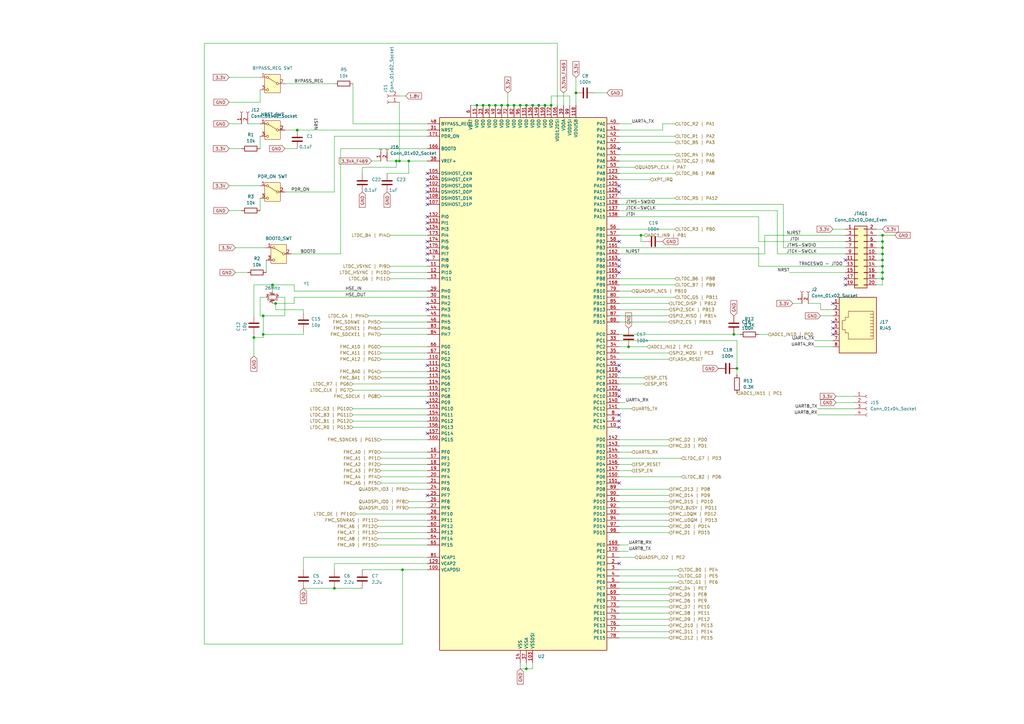
<source format=kicad_sch>
(kicad_sch (version 20231120) (generator "eeschema") (generator_version "8.0")
  (paper "A3")
  (lib_symbols
    (symbol "Connector:Conn_01x02_Socket" (pin_names (offset 1.016) hide)
      (property "Reference" "J" (at 0 2.54 0))
      (property "Value" "Conn_01x02_Socket" (at 0 -5.08 0))
      (symbol "Conn_01x02_Socket_1_1"
        (pin passive line (at -5.08 0 0) (length 3.81) (name "Pin_1") (number "1"))
        (pin passive line (at -5.08 -2.54 0) (length 3.81) (name "Pin_2") (number "2"))
      )
    )
    (symbol "Connector:Conn_01x04_Socket" (pin_names (offset 1.016) hide)
      (property "Reference" "J" (at 0 5.08 0))
      (property "Value" "Conn_01x04_Socket" (at 0 -7.62 0))
      (symbol "Conn_01x04_Socket_1_1"
        (pin passive line (at -5.08 2.54 0) (length 3.81) (name "Pin_1") (number "1"))
        (pin passive line (at -5.08 0 0) (length 3.81) (name "Pin_2") (number "2"))
        (pin passive line (at -5.08 -2.54 0) (length 3.81) (name "Pin_3") (number "3"))
        (pin passive line (at -5.08 -5.08 0) (length 3.81) (name "Pin_4") (number "4"))
      )
    )
    (symbol "Connector:RJ45" (pin_names (offset 1.016))
      (property "Reference" "J" (at -5.08 13.97 0))
      (property "Value" "RJ45" (at 2.54 13.97 0))
      (symbol "RJ45_1_1"
        (pin passive line (at 10.16 -7.62 180) (length 2.54) (name "~") (number "1"))
        (pin passive line (at 10.16 -5.08 180) (length 2.54) (name "~") (number "2"))
        (pin passive line (at 10.16 -2.54 180) (length 2.54) (name "~") (number "3"))
        (pin passive line (at 10.16 0 180) (length 2.54) (name "~") (number "4"))
        (pin passive line (at 10.16 2.54 180) (length 2.54) (name "~") (number "5"))
        (pin passive line (at 10.16 5.08 180) (length 2.54) (name "~") (number "6"))
        (pin passive line (at 10.16 7.62 180) (length 2.54) (name "~") (number "7"))
        (pin passive line (at 10.16 10.16 180) (length 2.54) (name "~") (number "8"))
      )
    )
    (symbol "Connector_Generic:Conn_02x10_Odd_Even" (pin_names (offset 1.016) hide)
      (property "Reference" "J" (at 1.27 12.7 0))
      (property "Value" "Conn_02x10_Odd_Even" (at 1.27 -15.24 0))
      (symbol "Conn_02x10_Odd_Even_1_1"
        (pin passive line (at -5.08 10.16 0) (length 3.81) (name "Pin_1") (number "1"))
        (pin passive line (at 7.62 0 180) (length 3.81) (name "Pin_10") (number "10"))
        (pin passive line (at -5.08 -2.54 0) (length 3.81) (name "Pin_11") (number "11"))
        (pin passive line (at 7.62 -2.54 180) (length 3.81) (name "Pin_12") (number "12"))
        (pin passive line (at -5.08 -5.08 0) (length 3.81) (name "Pin_13") (number "13"))
        (pin passive line (at 7.62 -5.08 180) (length 3.81) (name "Pin_14") (number "14"))
        (pin passive line (at -5.08 -7.62 0) (length 3.81) (name "Pin_15") (number "15"))
        (pin passive line (at 7.62 -7.62 180) (length 3.81) (name "Pin_16") (number "16"))
        (pin passive line (at -5.08 -10.16 0) (length 3.81) (name "Pin_17") (number "17"))
        (pin passive line (at 7.62 -10.16 180) (length 3.81) (name "Pin_18") (number "18"))
        (pin passive line (at -5.08 -12.7 0) (length 3.81) (name "Pin_19") (number "19"))
        (pin passive line (at 7.62 10.16 180) (length 3.81) (name "Pin_2") (number "2"))
        (pin passive line (at 7.62 -12.7 180) (length 3.81) (name "Pin_20") (number "20"))
        (pin passive line (at -5.08 7.62 0) (length 3.81) (name "Pin_3") (number "3"))
        (pin passive line (at 7.62 7.62 180) (length 3.81) (name "Pin_4") (number "4"))
        (pin passive line (at -5.08 5.08 0) (length 3.81) (name "Pin_5") (number "5"))
        (pin passive line (at 7.62 5.08 180) (length 3.81) (name "Pin_6") (number "6"))
        (pin passive line (at -5.08 2.54 0) (length 3.81) (name "Pin_7") (number "7"))
        (pin passive line (at 7.62 2.54 180) (length 3.81) (name "Pin_8") (number "8"))
        (pin passive line (at -5.08 0 0) (length 3.81) (name "Pin_9") (number "9"))
      )
    )
    (symbol "Device:C" (pin_numbers hide) (pin_names (offset 0.254))
      (property "Reference" "C" (at 0.635 2.54 0))
      (property "Value" "C" (at 0.635 -2.54 0))
      (symbol "C_1_1"
        (pin passive line (at 0 3.81 270) (length 2.794) (name "~") (number "1"))
        (pin passive line (at 0 -3.81 90) (length 2.794) (name "~") (number "2"))
      )
    )
    (symbol "Device:Crystal_GND24_Small" (pin_names (offset 1.016) hide)
      (property "Reference" "Y" (at 1.27 4.445 0))
      (property "Value" "Crystal_GND24_Small" (at 1.27 2.54 0))
      (symbol "Crystal_GND24_Small_1_1"
        (pin passive line (at -2.54 0 0) (length 1.27) (name "1") (number "1"))
        (pin passive line (at 0 -2.54 90) (length 0.635) (name "2") (number "2"))
        (pin passive line (at 2.54 0 180) (length 1.27) (name "3") (number "3"))
        (pin passive line (at 0 2.54 270) (length 0.635) (name "4") (number "4"))
      )
    )
    (symbol "Device:R" (pin_numbers hide) (pin_names (offset 0))
      (property "Reference" "R" (at 2.032 0 90))
      (property "Value" "R" (at 0 0 90))
      (symbol "R_1_1"
        (pin passive line (at 0 3.81 270) (length 1.27) (name "~") (number "1"))
        (pin passive line (at 0 -3.81 90) (length 1.27) (name "~") (number "2"))
      )
    )
    (symbol "MCU_ST_STM32F4:STM32F469IITx"
      (property "Reference" "U1" (at 7.2741 -111.76 0))
      (property "Value" "STM32F469IITx" (at 7.2741 -114.3 0))
      (symbol "STM32F469IITx_1_1"
        (pin bidirectional line (at 40.64 -71.12 180) (length 5.08) (name "PE2") (number "1"))
        (pin bidirectional line (at 40.64 -17.78 180) (length 5.08) (name "PC15") (number "10"))
        (pin power_out line (at -38.1 -76.2 0) (length 5.08) (name "VCAPDSI") (number "100"))
        (pin bidirectional line (at -38.1 78.74 0) (length 5.08) (name "DSIHOST_D0P") (number "101"))
        (pin bidirectional line (at -38.1 81.28 0) (length 5.08) (name "DSIHOST_D0N") (number "102"))
        (pin power_in line (at 5.08 -114.3 90) (length 5.08) (name "VSSDSI") (number "103"))
        (pin bidirectional line (at -38.1 83.82 0) (length 5.08) (name "DSIHOST_CKP") (number "104"))
        (pin bidirectional line (at -38.1 86.36 0) (length 5.08) (name "DSIHOST_CKN") (number "105"))
        (pin power_in line (at 15.24 114.3 270) (length 5.08) (name "VDD12DSI") (number "106"))
        (pin bidirectional line (at -38.1 73.66 0) (length 5.08) (name "DSIHOST_D1P") (number "107"))
        (pin bidirectional line (at -38.1 76.2 0) (length 5.08) (name "DSIHOST_D1N") (number "108"))
        (pin passive line (at 5.08 -114.3 90) (length 5.08) hide (name "VSSDSI") (number "109"))
        (pin bidirectional line (at -38.1 48.26 0) (length 5.08) (name "PI9") (number "11"))
        (pin bidirectional line (at -38.1 10.16 0) (length 5.08) (name "PG2") (number "110"))
        (pin bidirectional line (at -38.1 7.62 0) (length 5.08) (name "PG3") (number "111"))
        (pin bidirectional line (at -38.1 5.08 0) (length 5.08) (name "PG4") (number "112"))
        (pin bidirectional line (at -38.1 2.54 0) (length 5.08) (name "PG5") (number "113"))
        (pin bidirectional line (at -38.1 0 0) (length 5.08) (name "PG6") (number "114"))
        (pin bidirectional line (at -38.1 -2.54 0) (length 5.08) (name "PG7") (number "115"))
        (pin bidirectional line (at -38.1 -5.08 0) (length 5.08) (name "PG8") (number "116"))
        (pin passive line (at 0 -114.3 90) (length 5.08) hide (name "VSS") (number "117"))
        (pin power_in line (at 22.86 114.3 270) (length 5.08) (name "VDDUSB") (number "118"))
        (pin bidirectional line (at 40.64 5.08 180) (length 5.08) (name "PC6") (number "119"))
        (pin bidirectional line (at -38.1 45.72 0) (length 5.08) (name "PI10") (number "12"))
        (pin bidirectional line (at 40.64 2.54 180) (length 5.08) (name "PC7") (number "120"))
        (pin bidirectional line (at 40.64 0 180) (length 5.08) (name "PC8") (number "121"))
        (pin bidirectional line (at 40.64 -2.54 180) (length 5.08) (name "PC9") (number "122"))
        (pin bidirectional line (at 40.64 86.36 180) (length 5.08) (name "PA8") (number "123"))
        (pin bidirectional line (at 40.64 83.82 180) (length 5.08) (name "PA9") (number "124"))
        (pin bidirectional line (at 40.64 81.28 180) (length 5.08) (name "PA10") (number "125"))
        (pin bidirectional line (at 40.64 78.74 180) (length 5.08) (name "PA11") (number "126"))
        (pin bidirectional line (at 40.64 76.2 180) (length 5.08) (name "PA12") (number "127"))
        (pin bidirectional line (at 40.64 73.66 180) (length 5.08) (name "PA13") (number "128"))
        (pin power_out line (at -38.1 -73.66 0) (length 5.08) (name "VCAP2") (number "129"))
        (pin bidirectional line (at -38.1 43.18 0) (length 5.08) (name "PI11") (number "13"))
        (pin passive line (at 0 -114.3 90) (length 5.08) hide (name "VSS") (number "130"))
        (pin power_in line (at 2.54 114.3 270) (length 5.08) (name "VDD") (number "131"))
        (pin bidirectional line (at -38.1 68.58 0) (length 5.08) (name "PI0") (number "132"))
        (pin bidirectional line (at -38.1 66.04 0) (length 5.08) (name "PI1") (number "133"))
        (pin bidirectional line (at -38.1 63.5 0) (length 5.08) (name "PI3") (number "134"))
        (pin passive line (at 0 -114.3 90) (length 5.08) hide (name "VSS") (number "135"))
        (pin power_in line (at 5.08 114.3 270) (length 5.08) (name "VDD") (number "136"))
        (pin bidirectional line (at 40.64 71.12 180) (length 5.08) (name "PA14") (number "137"))
        (pin bidirectional line (at 40.64 68.58 180) (length 5.08) (name "PA15") (number "138"))
        (pin bidirectional line (at 40.64 -5.08 180) (length 5.08) (name "PC10") (number "139"))
        (pin power_in line (at 0 -114.3 90) (length 5.08) (name "VSS") (number "14"))
        (pin bidirectional line (at 40.64 -7.62 180) (length 5.08) (name "PC11") (number "140"))
        (pin bidirectional line (at 40.64 -10.16 180) (length 5.08) (name "PC12") (number "141"))
        (pin bidirectional line (at 40.64 -22.86 180) (length 5.08) (name "PD0") (number "142"))
        (pin bidirectional line (at 40.64 -25.4 180) (length 5.08) (name "PD1") (number "143"))
        (pin bidirectional line (at 40.64 -27.94 180) (length 5.08) (name "PD2") (number "144"))
        (pin bidirectional line (at 40.64 -30.48 180) (length 5.08) (name "PD3") (number "145"))
        (pin bidirectional line (at 40.64 -33.02 180) (length 5.08) (name "PD4") (number "146"))
        (pin bidirectional line (at 40.64 -35.56 180) (length 5.08) (name "PD5") (number "147"))
        (pin passive line (at 0 -114.3 90) (length 5.08) hide (name "VSS") (number "148"))
        (pin power_in line (at 7.62 114.3 270) (length 5.08) (name "VDD") (number "149"))
        (pin power_in line (at -17.78 114.3 270) (length 5.08) (name "VDD") (number "15"))
        (pin bidirectional line (at 40.64 -38.1 180) (length 5.08) (name "PD6") (number "150"))
        (pin bidirectional line (at 40.64 -40.64 180) (length 5.08) (name "PD7") (number "151"))
        (pin bidirectional line (at -38.1 -7.62 0) (length 5.08) (name "PG9") (number "152"))
        (pin bidirectional line (at -38.1 -10.16 0) (length 5.08) (name "PG10") (number "153"))
        (pin bidirectional line (at -38.1 -12.7 0) (length 5.08) (name "PG11") (number "154"))
        (pin bidirectional line (at -38.1 -15.24 0) (length 5.08) (name "PG12") (number "155"))
        (pin bidirectional line (at -38.1 -17.78 0) (length 5.08) (name "PG13") (number "156"))
        (pin bidirectional line (at -38.1 -20.32 0) (length 5.08) (name "PG14") (number "157"))
        (pin passive line (at 0 -114.3 90) (length 5.08) hide (name "VSS") (number "158"))
        (pin power_in line (at 10.16 114.3 270) (length 5.08) (name "VDD") (number "159"))
        (pin bidirectional line (at -38.1 -27.94 0) (length 5.08) (name "PF0") (number "16"))
        (pin bidirectional line (at -38.1 -22.86 0) (length 5.08) (name "PG15") (number "160"))
        (pin bidirectional line (at 40.64 55.88 180) (length 5.08) (name "PB3") (number "161"))
        (pin bidirectional line (at 40.64 53.34 180) (length 5.08) (name "PB4") (number "162"))
        (pin bidirectional line (at 40.64 50.8 180) (length 5.08) (name "PB5") (number "163"))
        (pin bidirectional line (at 40.64 48.26 180) (length 5.08) (name "PB6") (number "164"))
        (pin bidirectional line (at 40.64 45.72 180) (length 5.08) (name "PB7") (number "165"))
        (pin input line (at -38.1 96.52 0) (length 5.08) (name "BOOT0") (number "166"))
        (pin bidirectional line (at 40.64 43.18 180) (length 5.08) (name "PB8") (number "167"))
        (pin bidirectional line (at 40.64 40.64 180) (length 5.08) (name "PB9") (number "168"))
        (pin bidirectional line (at 40.64 -66.04 180) (length 5.08) (name "PE0") (number "169"))
        (pin bidirectional line (at -38.1 -30.48 0) (length 5.08) (name "PF1") (number "17"))
        (pin bidirectional line (at 40.64 -68.58 180) (length 5.08) (name "PE1") (number "170"))
        (pin input line (at -38.1 101.6 0) (length 5.08) (name "PDR_ON") (number "171"))
        (pin power_in line (at 12.7 114.3 270) (length 5.08) (name "VDD") (number "172"))
        (pin bidirectional line (at -38.1 60.96 0) (length 5.08) (name "PI4") (number "173"))
        (pin bidirectional line (at -38.1 58.42 0) (length 5.08) (name "PI5") (number "174"))
        (pin bidirectional line (at -38.1 55.88 0) (length 5.08) (name "PI6") (number "175"))
        (pin bidirectional line (at -38.1 53.34 0) (length 5.08) (name "PI7") (number "176"))
        (pin bidirectional line (at -38.1 -33.02 0) (length 5.08) (name "PF2") (number "18"))
        (pin bidirectional line (at -38.1 -35.56 0) (length 5.08) (name "PF3") (number "19"))
        (pin bidirectional line (at 40.64 -73.66 180) (length 5.08) (name "PE3") (number "2"))
        (pin bidirectional line (at -38.1 -38.1 0) (length 5.08) (name "PF4") (number "20"))
        (pin bidirectional line (at -38.1 -40.64 0) (length 5.08) (name "PF5") (number "21"))
        (pin passive line (at 0 -114.3 90) (length 5.08) hide (name "VSS") (number "22"))
        (pin power_in line (at -15.24 114.3 270) (length 5.08) (name "VDD") (number "23"))
        (pin bidirectional line (at -38.1 -43.18 0) (length 5.08) (name "PF6") (number "24"))
        (pin bidirectional line (at -38.1 -45.72 0) (length 5.08) (name "PF7") (number "25"))
        (pin bidirectional line (at -38.1 -48.26 0) (length 5.08) (name "PF8") (number "26"))
        (pin bidirectional line (at -38.1 -50.8 0) (length 5.08) (name "PF9") (number "27"))
        (pin bidirectional line (at -38.1 -53.34 0) (length 5.08) (name "PF10") (number "28"))
        (pin bidirectional line (at -38.1 38.1 0) (length 5.08) (name "PH0") (number "29"))
        (pin bidirectional line (at 40.64 -76.2 180) (length 5.08) (name "PE4") (number "3"))
        (pin bidirectional line (at -38.1 35.56 0) (length 5.08) (name "PH1") (number "30"))
        (pin input line (at -38.1 104.14 0) (length 5.08) (name "NRST") (number "31"))
        (pin bidirectional line (at 40.64 20.32 180) (length 5.08) (name "PC0") (number "32"))
        (pin bidirectional line (at 40.64 17.78 180) (length 5.08) (name "PC1") (number "33"))
        (pin bidirectional line (at 40.64 15.24 180) (length 5.08) (name "PC2") (number "34"))
        (pin bidirectional line (at 40.64 12.7 180) (length 5.08) (name "PC3") (number "35"))
        (pin power_in line (at -12.7 114.3 270) (length 5.08) (name "VDD") (number "36"))
        (pin power_in line (at 2.54 -114.3 90) (length 5.08) (name "VSSA") (number "37"))
        (pin input line (at -38.1 91.44 0) (length 5.08) (name "VREF+") (number "38"))
        (pin power_in line (at 17.78 114.3 270) (length 5.08) (name "VDDA") (number "39"))
        (pin bidirectional line (at 40.64 -78.74 180) (length 5.08) (name "PE5") (number "4"))
        (pin bidirectional line (at 40.64 106.68 180) (length 5.08) (name "PA0") (number "40"))
        (pin bidirectional line (at 40.64 104.14 180) (length 5.08) (name "PA1") (number "41"))
        (pin bidirectional line (at 40.64 101.6 180) (length 5.08) (name "PA2") (number "42"))
        (pin bidirectional line (at -38.1 33.02 0) (length 5.08) (name "PH2") (number "43"))
        (pin bidirectional line (at -38.1 30.48 0) (length 5.08) (name "PH3") (number "44"))
        (pin bidirectional line (at -38.1 27.94 0) (length 5.08) (name "PH4") (number "45"))
        (pin bidirectional line (at -38.1 25.4 0) (length 5.08) (name "PH5") (number "46"))
        (pin bidirectional line (at 40.64 99.06 180) (length 5.08) (name "PA3") (number "47"))
        (pin input line (at -38.1 106.68 0) (length 5.08) (name "BYPASS_REG") (number "48"))
        (pin power_in line (at -10.16 114.3 270) (length 5.08) (name "VDD") (number "49"))
        (pin bidirectional line (at 40.64 -81.28 180) (length 5.08) (name "PE6") (number "5"))
        (pin bidirectional line (at 40.64 96.52 180) (length 5.08) (name "PA4") (number "50"))
        (pin bidirectional line (at 40.64 93.98 180) (length 5.08) (name "PA5") (number "51"))
        (pin bidirectional line (at 40.64 91.44 180) (length 5.08) (name "PA6") (number "52"))
        (pin bidirectional line (at 40.64 88.9 180) (length 5.08) (name "PA7") (number "53"))
        (pin bidirectional line (at 40.64 10.16 180) (length 5.08) (name "PC4") (number "54"))
        (pin bidirectional line (at 40.64 7.62 180) (length 5.08) (name "PC5") (number "55"))
        (pin bidirectional line (at 40.64 63.5 180) (length 5.08) (name "PB0") (number "56"))
        (pin bidirectional line (at 40.64 60.96 180) (length 5.08) (name "PB1") (number "57"))
        (pin bidirectional line (at 40.64 58.42 180) (length 5.08) (name "PB2") (number "58"))
        (pin bidirectional line (at -38.1 -55.88 0) (length 5.08) (name "PF11") (number "59"))
        (pin power_in line (at -20.32 114.3 270) (length 5.08) (name "VBAT") (number "6"))
        (pin bidirectional line (at -38.1 -58.42 0) (length 5.08) (name "PF12") (number "60"))
        (pin passive line (at 0 -114.3 90) (length 5.08) hide (name "VSS") (number "61"))
        (pin power_in line (at -7.62 114.3 270) (length 5.08) (name "VDD") (number "62"))
        (pin bidirectional line (at -38.1 -60.96 0) (length 5.08) (name "PF13") (number "63"))
        (pin bidirectional line (at -38.1 -63.5 0) (length 5.08) (name "PF14") (number "64"))
        (pin bidirectional line (at -38.1 -66.04 0) (length 5.08) (name "PF15") (number "65"))
        (pin bidirectional line (at -38.1 15.24 0) (length 5.08) (name "PG0") (number "66"))
        (pin bidirectional line (at -38.1 12.7 0) (length 5.08) (name "PG1") (number "67"))
        (pin bidirectional line (at 40.64 -83.82 180) (length 5.08) (name "PE7") (number "68"))
        (pin bidirectional line (at 40.64 -86.36 180) (length 5.08) (name "PE8") (number "69"))
        (pin bidirectional line (at -38.1 50.8 0) (length 5.08) (name "PI8") (number "7"))
        (pin bidirectional line (at 40.64 -88.9 180) (length 5.08) (name "PE9") (number "70"))
        (pin passive line (at 0 -114.3 90) (length 5.08) hide (name "VSS") (number "71"))
        (pin power_in line (at -5.08 114.3 270) (length 5.08) (name "VDD") (number "72"))
        (pin bidirectional line (at 40.64 -91.44 180) (length 5.08) (name "PE10") (number "73"))
        (pin bidirectional line (at 40.64 -93.98 180) (length 5.08) (name "PE11") (number "74"))
        (pin bidirectional line (at 40.64 -96.52 180) (length 5.08) (name "PE12") (number "75"))
        (pin bidirectional line (at 40.64 -99.06 180) (length 5.08) (name "PE13") (number "76"))
        (pin bidirectional line (at 40.64 -101.6 180) (length 5.08) (name "PE14") (number "77"))
        (pin bidirectional line (at 40.64 -104.14 180) (length 5.08) (name "PE15") (number "78"))
        (pin bidirectional line (at 40.64 38.1 180) (length 5.08) (name "PB10") (number "79"))
        (pin bidirectional line (at 40.64 -12.7 180) (length 5.08) (name "PC13") (number "8"))
        (pin bidirectional line (at 40.64 35.56 180) (length 5.08) (name "PB11") (number "80"))
        (pin power_out line (at -38.1 -71.12 0) (length 5.08) (name "VCAP1") (number "81"))
        (pin power_in line (at -2.54 114.3 270) (length 5.08) (name "VDD") (number "82"))
        (pin bidirectional line (at -38.1 22.86 0) (length 5.08) (name "PH6") (number "83"))
        (pin bidirectional line (at -38.1 20.32 0) (length 5.08) (name "PH7") (number "84"))
        (pin bidirectional line (at 40.64 33.02 180) (length 5.08) (name "PB12") (number "85"))
        (pin bidirectional line (at 40.64 30.48 180) (length 5.08) (name "PB13") (number "86"))
        (pin bidirectional line (at 40.64 27.94 180) (length 5.08) (name "PB14") (number "87"))
        (pin bidirectional line (at 40.64 25.4 180) (length 5.08) (name "PB15") (number "88"))
        (pin bidirectional line (at 40.64 -43.18 180) (length 5.08) (name "PD8") (number "89"))
        (pin bidirectional line (at 40.64 -15.24 180) (length 5.08) (name "PC14") (number "9"))
        (pin bidirectional line (at 40.64 -45.72 180) (length 5.08) (name "PD9") (number "90"))
        (pin bidirectional line (at 40.64 -48.26 180) (length 5.08) (name "PD10") (number "91"))
        (pin bidirectional line (at 40.64 -50.8 180) (length 5.08) (name "PD11") (number "92"))
        (pin bidirectional line (at 40.64 -53.34 180) (length 5.08) (name "PD12") (number "93"))
        (pin bidirectional line (at 40.64 -55.88 180) (length 5.08) (name "PD13") (number "94"))
        (pin passive line (at 0 -114.3 90) (length 5.08) hide (name "VSS") (number "95"))
        (pin power_in line (at 0 114.3 270) (length 5.08) (name "VDD") (number "96"))
        (pin bidirectional line (at 40.64 -58.42 180) (length 5.08) (name "PD14") (number "97"))
        (pin bidirectional line (at 40.64 -60.96 180) (length 5.08) (name "PD15") (number "98"))
        (pin power_in line (at 20.32 114.3 270) (length 5.08) (name "VDDDSI") (number "99"))
      )
    )
    (symbol "Switch:SW_SPDT" (pin_names (offset 0) hide)
      (property "Reference" "SW" (at 0 5.08 0))
      (property "Value" "SW_SPDT" (at 0 -5.08 0))
      (symbol "SW_SPDT_1_1"
        (pin passive line (at 5.08 2.54 180) (length 2.54) (name "A") (number "1"))
        (pin passive line (at -5.08 0 0) (length 2.54) (name "B") (number "2"))
        (pin passive line (at 5.08 -2.54 180) (length 2.54) (name "C") (number "3"))
      )
    )
  )
  (junction (at 107.95 129.54))
  (junction (at 361.95 106.68))
  (junction (at 200.66 43.18))
  (junction (at 121.92 53.34))
  (junction (at 205.74 43.18))
  (junction (at 215.9 274.32))
  (junction (at 257.81 142.24))
  (junction (at 236.22 38.1))
  (junction (at 226.06 43.18))
  (junction (at 198.12 43.18))
  (junction (at 361.95 96.52))
  (junction (at 361.95 99.06))
  (junction (at 208.28 43.18))
  (junction (at 300.99 137.16))
  (junction (at 223.52 43.18))
  (junction (at 262.89 96.52))
  (junction (at 361.95 114.3))
  (junction (at 162.56 66.04))
  (junction (at 203.2 43.18))
  (junction (at 361.95 111.76))
  (junction (at 104.14 138.43))
  (junction (at 107.95 137.16))
  (junction (at 361.95 109.22))
  (junction (at 213.36 43.18))
  (junction (at 113.03 124.46))
  (junction (at 220.98 43.18))
  (junction (at 361.95 101.6))
  (junction (at 137.16 241.3))
  (junction (at 165.1 233.68))
  (junction (at 167.64 66.04))
  (junction (at 163.83 66.04))
  (junction (at 361.95 104.14))
  (junction (at 215.9 43.18))
  (junction (at 195.58 43.18))
  (junction (at 210.82 43.18))
  (junction (at 218.44 43.18))
  (junction (at 111.76 116.84))
  (junction (at 302.26 151.13))
  (no_connect (at 175.26 78.74))
  (no_connect (at 175.26 73.66))
  (no_connect (at 254 76.2))
  (no_connect (at 175.26 91.44))
  (no_connect (at 254 106.68))
  (no_connect (at 254 149.86))
  (no_connect (at 175.26 104.14))
  (no_connect (at 175.26 106.68))
  (no_connect (at 175.26 71.12))
  (no_connect (at 175.26 101.6))
  (no_connect (at 254 111.76))
  (no_connect (at 254 198.12))
  (no_connect (at 254 99.06))
  (no_connect (at 341.63 134.62))
  (no_connect (at 254 109.22))
  (no_connect (at 254 160.02))
  (no_connect (at 175.26 99.06))
  (no_connect (at 175.26 177.8))
  (no_connect (at 341.63 124.46))
  (no_connect (at 175.26 149.86))
  (no_connect (at 254 170.18))
  (no_connect (at 175.26 124.46))
  (no_connect (at 175.26 88.9))
  (no_connect (at 254 172.72))
  (no_connect (at 254 231.14))
  (no_connect (at 346.71 106.68))
  (no_connect (at 175.26 76.2))
  (no_connect (at 254 78.74))
  (no_connect (at 254 152.4))
  (no_connect (at 175.26 165.1))
  (no_connect (at 254 175.26))
  (no_connect (at 175.26 83.82))
  (no_connect (at 341.63 132.08))
  (no_connect (at 175.26 81.28))
  (no_connect (at 175.26 203.2))
  (no_connect (at 341.63 137.16))
  (no_connect (at 254 60.96))
  (no_connect (at 346.71 116.84))
  (no_connect (at 175.26 127))
  (no_connect (at 346.71 114.3))
  (no_connect (at 254 162.56))
  (no_connect (at 175.26 93.98))
  (wire (pts (xy 254 185.42) (xy 259.08 185.42)))
  (wire (pts (xy 156.21 187.96) (xy 175.26 187.96)))
  (wire (pts (xy 334.01 139.7) (xy 341.63 139.7)))
  (wire (pts (xy 254 132.08) (xy 274.32 132.08)))
  (wire (pts (xy 254 236.22) (xy 278.13 236.22)))
  (wire (pts (xy 144.78 175.26) (xy 175.26 175.26)))
  (wire (pts (xy 116.84 121.92) (xy 114.3 121.92)))
  (wire (pts (xy 120.65 121.92) (xy 120.65 124.46)))
  (wire (pts (xy 93.98 41.91) (xy 106.68 41.91)))
  (wire (pts (xy 144.78 160.02) (xy 175.26 160.02)))
  (wire (pts (xy 254 223.52) (xy 257.81 223.52)))
  (wire (pts (xy 254 261.62) (xy 274.32 261.62)))
  (wire (pts (xy 254 127) (xy 274.32 127)))
  (wire (pts (xy 156.21 137.16) (xy 175.26 137.16)))
  (wire (pts (xy 137.16 55.88) (xy 175.26 55.88)))
  (wire (pts (xy 119.38 104.14) (xy 139.7 104.14)))
  (wire (pts (xy 106.68 81.28) (xy 106.68 86.36)))
  (wire (pts (xy 137.16 55.88) (xy 137.16 78.74)))
  (wire (pts (xy 96.52 101.6) (xy 109.22 101.6)))
  (wire (pts (xy 361.95 116.84) (xy 361.95 114.3)))
  (wire (pts (xy 139.7 60.96) (xy 175.26 60.96)))
  (wire (pts (xy 262.89 99.06) (xy 262.89 96.52)))
  (wire (pts (xy 254 96.52) (xy 262.89 96.52)))
  (wire (pts (xy 254 71.12) (xy 276.86 71.12)))
  (wire (pts (xy 144.78 170.18) (xy 175.26 170.18)))
  (wire (pts (xy 302.26 151.13) (xy 302.26 153.67)))
  (wire (pts (xy 254 259.08) (xy 274.32 259.08)))
  (wire (pts (xy 116.84 129.54) (xy 116.84 121.92)))
  (wire (pts (xy 107.95 137.16) (xy 124.46 137.16)))
  (wire (pts (xy 137.16 241.3) (xy 148.59 241.3)))
  (wire (pts (xy 334.01 142.24) (xy 341.63 142.24)))
  (wire (pts (xy 254 58.42) (xy 276.86 58.42)))
  (wire (pts (xy 254 256.54) (xy 274.32 256.54)))
  (wire (pts (xy 342.9 162.56) (xy 350.52 162.56)))
  (wire (pts (xy 193.04 43.18) (xy 195.58 43.18)))
  (wire (pts (xy 311.15 109.22) (xy 346.71 109.22)))
  (wire (pts (xy 124.46 137.16) (xy 124.46 135.89)))
  (wire (pts (xy 162.56 66.04) (xy 163.83 66.04)))
  (wire (pts (xy 107.95 129.54) (xy 107.95 137.16)))
  (wire (pts (xy 120.65 121.92) (xy 175.26 121.92)))
  (wire (pts (xy 160.02 114.3) (xy 175.26 114.3)))
  (wire (pts (xy 361.95 106.68) (xy 359.41 106.68)))
  (wire (pts (xy 254 129.54) (xy 274.32 129.54)))
  (wire (pts (xy 107.95 138.43) (xy 107.95 137.16)))
  (wire (pts (xy 254 83.82) (xy 321.31 83.82)))
  (wire (pts (xy 165.1 264.16) (xy 165.1 233.68)))
  (wire (pts (xy 359.41 114.3) (xy 361.95 114.3)))
  (wire (pts (xy 254 142.24) (xy 257.81 142.24)))
  (wire (pts (xy 254 88.9) (xy 311.15 88.9)))
  (wire (pts (xy 254 205.74) (xy 274.32 205.74)))
  (wire (pts (xy 220.98 43.18) (xy 223.52 43.18)))
  (wire (pts (xy 262.89 96.52) (xy 264.16 96.52)))
  (wire (pts (xy 167.64 71.12) (xy 167.64 66.04)))
  (wire (pts (xy 254 248.92) (xy 274.32 248.92)))
  (wire (pts (xy 160.02 109.22) (xy 175.26 109.22)))
  (wire (pts (xy 233.68 39.37) (xy 226.06 39.37)))
  (wire (pts (xy 116.84 60.96) (xy 121.92 60.96)))
  (wire (pts (xy 359.41 111.76) (xy 361.95 111.76)))
  (wire (pts (xy 215.9 274.32) (xy 213.36 274.32)))
  (wire (pts (xy 254 238.76) (xy 278.13 238.76)))
  (wire (pts (xy 254 187.96) (xy 279.4 187.96)))
  (wire (pts (xy 254 254) (xy 274.32 254)))
  (wire (pts (xy 254 81.28) (xy 276.86 81.28)))
  (wire (pts (xy 208.28 43.18) (xy 210.82 43.18)))
  (wire (pts (xy 254 180.34) (xy 274.32 180.34)))
  (wire (pts (xy 148.59 233.68) (xy 165.1 233.68)))
  (wire (pts (xy 167.64 208.28) (xy 175.26 208.28)))
  (wire (pts (xy 254 190.5) (xy 259.08 190.5)))
  (wire (pts (xy 336.55 127) (xy 341.63 127)))
  (wire (pts (xy 116.84 78.74) (xy 137.16 78.74)))
  (wire (pts (xy 93.98 76.2) (xy 106.68 76.2)))
  (wire (pts (xy 254 210.82) (xy 274.32 210.82)))
  (wire (pts (xy 336.55 129.54) (xy 341.63 129.54)))
  (wire (pts (xy 154.94 218.44) (xy 175.26 218.44)))
  (wire (pts (xy 318.77 104.14) (xy 346.71 104.14)))
  (wire (pts (xy 243.84 38.1) (xy 248.92 38.1)))
  (wire (pts (xy 144.78 50.8) (xy 175.26 50.8)))
  (wire (pts (xy 104.14 116.84) (xy 111.76 116.84)))
  (wire (pts (xy 361.95 96.52) (xy 367.03 96.52)))
  (wire (pts (xy 106.68 55.88) (xy 106.68 60.96)))
  (wire (pts (xy 361.95 114.3) (xy 361.95 111.76)))
  (wire (pts (xy 359.41 93.98) (xy 361.95 93.98)))
  (wire (pts (xy 254 182.88) (xy 274.32 182.88)))
  (wire (pts (xy 152.4 66.04) (xy 156.21 66.04)))
  (wire (pts (xy 154.94 215.9) (xy 175.26 215.9)))
  (wire (pts (xy 111.76 119.38) (xy 111.76 116.84)))
  (wire (pts (xy 124.46 127) (xy 124.46 128.27)))
  (wire (pts (xy 223.52 43.18) (xy 226.06 43.18)))
  (wire (pts (xy 254 68.58) (xy 260.35 68.58)))
  (wire (pts (xy 218.44 43.18) (xy 220.98 43.18)))
  (wire (pts (xy 160.02 111.76) (xy 175.26 111.76)))
  (wire (pts (xy 254 73.66) (xy 266.7 73.66)))
  (wire (pts (xy 254 243.84) (xy 274.32 243.84)))
  (wire (pts (xy 116.84 53.34) (xy 121.92 53.34)))
  (wire (pts (xy 254 121.92) (xy 276.86 121.92)))
  (wire (pts (xy 321.31 101.6) (xy 346.71 101.6)))
  (wire (pts (xy 158.75 71.12) (xy 167.64 71.12)))
  (wire (pts (xy 341.63 93.98) (xy 346.71 93.98)))
  (wire (pts (xy 359.41 99.06) (xy 361.95 99.06)))
  (wire (pts (xy 254 195.58) (xy 279.4 195.58)))
  (wire (pts (xy 83.82 17.78) (xy 83.82 264.16)))
  (wire (pts (xy 101.6 50.8) (xy 106.68 50.8)))
  (wire (pts (xy 113.03 124.46) (xy 113.03 127)))
  (wire (pts (xy 156.21 195.58) (xy 175.26 195.58)))
  (wire (pts (xy 165.1 233.68) (xy 175.26 233.68)))
  (wire (pts (xy 162.56 68.58) (xy 162.56 66.04)))
  (wire (pts (xy 120.65 119.38) (xy 175.26 119.38)))
  (wire (pts (xy 254 167.64) (xy 259.08 167.64)))
  (wire (pts (xy 302.26 139.7) (xy 302.26 151.13)))
  (wire (pts (xy 254 55.88) (xy 276.86 55.88)))
  (wire (pts (xy 215.9 43.18) (xy 218.44 43.18)))
  (wire (pts (xy 106.68 36.83) (xy 106.68 41.91)))
  (wire (pts (xy 254 251.46) (xy 274.32 251.46)))
  (wire (pts (xy 109.22 106.68) (xy 109.22 111.76)))
  (wire (pts (xy 96.52 111.76) (xy 101.6 111.76)))
  (wire (pts (xy 156.21 198.12) (xy 175.26 198.12)))
  (wire (pts (xy 104.14 138.43) (xy 104.14 137.16)))
  (wire (pts (xy 361.95 109.22) (xy 361.95 106.68)))
  (wire (pts (xy 254 213.36) (xy 274.32 213.36)))
  (wire (pts (xy 124.46 228.6) (xy 175.26 228.6)))
  (wire (pts (xy 257.81 142.24) (xy 265.43 142.24)))
  (wire (pts (xy 156.21 154.94) (xy 175.26 154.94)))
  (wire (pts (xy 271.78 53.34) (xy 254 53.34)))
  (wire (pts (xy 359.41 109.22) (xy 361.95 109.22)))
  (wire (pts (xy 361.95 104.14) (xy 361.95 101.6)))
  (wire (pts (xy 213.36 271.78) (xy 213.36 274.32)))
  (wire (pts (xy 137.16 231.14) (xy 137.16 233.68)))
  (wire (pts (xy 342.9 165.1) (xy 350.52 165.1)))
  (wire (pts (xy 236.22 38.1) (xy 236.22 43.18)))
  (wire (pts (xy 93.98 31.75) (xy 106.68 31.75)))
  (wire (pts (xy 195.58 43.18) (xy 198.12 43.18)))
  (wire (pts (xy 106.68 129.54) (xy 107.95 129.54)))
  (wire (pts (xy 361.95 104.14) (xy 361.95 106.68)))
  (wire (pts (xy 254 228.6) (xy 260.35 228.6)))
  (wire (pts (xy 254 203.2) (xy 274.32 203.2)))
  (wire (pts (xy 254 93.98) (xy 276.86 93.98)))
  (wire (pts (xy 121.92 53.34) (xy 175.26 53.34)))
  (wire (pts (xy 120.65 116.84) (xy 120.65 119.38)))
  (wire (pts (xy 325.12 124.46) (xy 328.93 124.46)))
  (wire (pts (xy 111.76 124.46) (xy 113.03 124.46)))
  (wire (pts (xy 215.9 271.78) (xy 215.9 274.32)))
  (wire (pts (xy 93.98 86.36) (xy 99.06 86.36)))
  (wire (pts (xy 167.64 200.66) (xy 175.26 200.66)))
  (wire (pts (xy 311.15 99.06) (xy 346.71 99.06)))
  (wire (pts (xy 107.95 129.54) (xy 116.84 129.54)))
  (wire (pts (xy 83.82 264.16) (xy 165.1 264.16)))
  (wire (pts (xy 218.44 274.32) (xy 215.9 274.32)))
  (wire (pts (xy 331.47 124.46) (xy 336.55 124.46)))
  (wire (pts (xy 361.95 101.6) (xy 361.95 99.06)))
  (wire (pts (xy 321.31 83.82) (xy 321.31 101.6)))
  (wire (pts (xy 163.83 41.91) (xy 163.83 66.04)))
  (wire (pts (xy 124.46 228.6) (xy 124.46 233.68)))
  (wire (pts (xy 139.7 104.14) (xy 139.7 60.96)))
  (wire (pts (xy 154.94 213.36) (xy 175.26 213.36)))
  (wire (pts (xy 167.64 66.04) (xy 175.26 66.04)))
  (wire (pts (xy 254 66.04) (xy 276.86 66.04)))
  (wire (pts (xy 156.21 152.4) (xy 175.26 152.4)))
  (wire (pts (xy 254 200.66) (xy 274.32 200.66)))
  (wire (pts (xy 226.06 39.37) (xy 226.06 43.18)))
  (wire (pts (xy 264.16 99.06) (xy 262.89 99.06)))
  (wire (pts (xy 156.21 190.5) (xy 175.26 190.5)))
  (wire (pts (xy 148.59 68.58) (xy 162.56 68.58)))
  (wire (pts (xy 254 193.04) (xy 259.08 193.04)))
  (wire (pts (xy 254 241.3) (xy 274.32 241.3)))
  (wire (pts (xy 146.05 210.82) (xy 175.26 210.82)))
  (wire (pts (xy 148.59 71.12) (xy 148.59 68.58)))
  (wire (pts (xy 156.21 134.62) (xy 175.26 134.62)))
  (wire (pts (xy 156.21 193.04) (xy 175.26 193.04)))
  (wire (pts (xy 323.85 111.76) (xy 346.71 111.76)))
  (wire (pts (xy 236.22 31.75) (xy 236.22 38.1)))
  (wire (pts (xy 254 154.94) (xy 264.16 154.94)))
  (wire (pts (xy 335.28 170.18) (xy 350.52 170.18)))
  (wire (pts (xy 361.95 111.76) (xy 361.95 109.22)))
  (wire (pts (xy 198.12 43.18) (xy 200.66 43.18)))
  (wire (pts (xy 271.78 50.8) (xy 271.78 53.34)))
  (wire (pts (xy 218.44 271.78) (xy 218.44 274.32)))
  (wire (pts (xy 156.21 144.78) (xy 175.26 144.78)))
  (wire (pts (xy 106.68 121.92) (xy 106.68 129.54)))
  (wire (pts (xy 311.15 137.16) (xy 314.96 137.16)))
  (wire (pts (xy 254 208.28) (xy 274.32 208.28)))
  (wire (pts (xy 208.28 38.1) (xy 208.28 43.18)))
  (wire (pts (xy 137.16 231.14) (xy 175.26 231.14)))
  (wire (pts (xy 228.6 17.78) (xy 228.6 43.18)))
  (wire (pts (xy 144.78 157.48) (xy 175.26 157.48)))
  (wire (pts (xy 203.2 43.18) (xy 205.74 43.18)))
  (wire (pts (xy 254 165.1) (xy 256.54 165.1)))
  (wire (pts (xy 254 226.06) (xy 257.81 226.06)))
  (wire (pts (xy 311.15 101.6) (xy 311.15 109.22)))
  (wire (pts (xy 318.77 86.36) (xy 318.77 104.14)))
  (wire (pts (xy 200.66 43.18) (xy 203.2 43.18)))
  (wire (pts (xy 151.13 129.54) (xy 175.26 129.54)))
  (wire (pts (xy 205.74 43.18) (xy 208.28 43.18)))
  (wire (pts (xy 254 119.38) (xy 259.08 119.38)))
  (wire (pts (xy 154.94 223.52) (xy 175.26 223.52)))
  (wire (pts (xy 144.78 167.64) (xy 175.26 167.64)))
  (wire (pts (xy 254 116.84) (xy 276.86 116.84)))
  (wire (pts (xy 254 246.38) (xy 274.32 246.38)))
  (wire (pts (xy 254 50.8) (xy 259.08 50.8)))
  (wire (pts (xy 254 139.7) (xy 302.26 139.7)))
  (wire (pts (xy 361.95 99.06) (xy 361.95 96.52)))
  (wire (pts (xy 254 124.46) (xy 274.32 124.46)))
  (wire (pts (xy 167.64 205.74) (xy 175.26 205.74)))
  (wire (pts (xy 254 147.32) (xy 274.32 147.32)))
  (wire (pts (xy 93.98 50.8) (xy 99.06 50.8)))
  (wire (pts (xy 311.15 99.06) (xy 311.15 88.9)))
  (wire (pts (xy 254 144.78) (xy 274.32 144.78)))
  (wire (pts (xy 254 114.3) (xy 276.86 114.3)))
  (wire (pts (xy 254 157.48) (xy 264.16 157.48)))
  (wire (pts (xy 271.78 50.8) (xy 276.86 50.8)))
  (wire (pts (xy 336.55 124.46) (xy 336.55 127)))
  (wire (pts (xy 254 86.36) (xy 318.77 86.36)))
  (wire (pts (xy 359.41 104.14) (xy 361.95 104.14)))
  (wire (pts (xy 231.14 38.1) (xy 231.14 43.18)))
  (wire (pts (xy 120.65 124.46) (xy 113.03 124.46)))
  (wire (pts (xy 93.98 60.96) (xy 99.06 60.96)))
  (wire (pts (xy 104.14 138.43) (xy 104.14 146.05)))
  (wire (pts (xy 313.69 104.14) (xy 313.69 96.52)))
  (wire (pts (xy 104.14 129.54) (xy 104.14 116.84)))
  (wire (pts (xy 144.78 34.29) (xy 144.78 50.8)))
  (wire (pts (xy 300.99 137.16) (xy 303.53 137.16)))
  (wire (pts (xy 116.84 34.29) (xy 137.16 34.29)))
  (wire (pts (xy 359.41 96.52) (xy 361.95 96.52)))
  (wire (pts (xy 163.83 66.04) (xy 167.64 66.04)))
  (wire (pts (xy 160.02 96.52) (xy 175.26 96.52)))
  (wire (pts (xy 254 104.14) (xy 313.69 104.14)))
  (wire (pts (xy 254 215.9) (xy 274.32 215.9)))
  (wire (pts (xy 210.82 43.18) (xy 213.36 43.18)))
  (wire (pts (xy 254 63.5) (xy 276.86 63.5)))
  (wire (pts (xy 213.36 43.18) (xy 215.9 43.18)))
  (wire (pts (xy 163.83 39.37) (xy 166.37 39.37)))
  (wire (pts (xy 359.41 116.84) (xy 361.95 116.84)))
  (wire (pts (xy 233.68 43.18) (xy 233.68 39.37)))
  (wire (pts (xy 254 218.44) (xy 274.32 218.44)))
  (wire (pts (xy 158.75 66.04) (xy 162.56 66.04)))
  (wire (pts (xy 156.21 162.56) (xy 175.26 162.56)))
  (wire (pts (xy 104.14 138.43) (xy 107.95 138.43)))
  (wire (pts (xy 254 233.68) (xy 278.13 233.68)))
  (wire (pts (xy 254 101.6) (xy 311.15 101.6)))
  (wire (pts (xy 156.21 132.08) (xy 175.26 132.08)))
  (wire (pts (xy 156.21 180.34) (xy 175.26 180.34)))
  (wire (pts (xy 335.28 167.64) (xy 350.52 167.64)))
  (wire (pts (xy 137.16 241.3) (xy 124.46 241.3)))
  (wire (pts (xy 111.76 116.84) (xy 120.65 116.84)))
  (wire (pts (xy 156.21 147.32) (xy 175.26 147.32)))
  (wire (pts (xy 144.78 172.72) (xy 175.26 172.72)))
  (wire (pts (xy 113.03 127) (xy 124.46 127)))
  (wire (pts (xy 154.94 220.98) (xy 175.26 220.98)))
  (wire (pts (xy 359.41 101.6) (xy 361.95 101.6)))
  (wire (pts (xy 109.22 121.92) (xy 106.68 121.92)))
  (wire (pts (xy 313.69 96.52) (xy 346.71 96.52)))
  (wire (pts (xy 228.6 17.78) (xy 83.82 17.78)))
  (wire (pts (xy 156.21 185.42) (xy 175.26 185.42)))
  (wire (pts (xy 156.21 142.24) (xy 175.26 142.24)))
  (wire (pts (xy 254 137.16) (xy 300.99 137.16)))
  (label "NRST" (at 130.81 53.34 90))
  (label "TRACESWO - JTDO" (at 327.66 109.22 0))
  (label "NRST" (at 323.85 111.76 180))
  (label "BOOT0" (at 123.19 104.14 0))
  (label "UART4_RX" (at 256.54 165.1 0))
  (label "UART8_RX" (at 335.28 170.18 180))
  (label "UART8_TX" (at 257.81 226.06 0))
  (label "NJRST" (at 256.54 104.14 0))
  (label "JTDI" (at 323.85 99.06 0))
  (label "UART8_TX" (at 335.28 167.64 180))
  (label "HSE_IN" (at 141.605 119.38 0))
  (label "JTCK-SWCLK" (at 256.54 86.36 0))
  (label "JTCK-SWCLK" (at 322.58 104.14 0))
  (label "NJRST" (at 322.58 96.52 0))
  (label "UART4_RX" (at 334.01 142.24 180))
  (label "UART4_TX" (at 334.01 139.7 180))
  (label "JTMS-SWDIO" (at 256.54 83.82 0))
  (label "BYPASS_REG" (at 120.65 34.29 0))
  (label "UART8_RX" (at 257.81 223.52 0))
  (label "UART4_TX" (at 259.08 50.8 0))
  (label "PDR_ON" (at 119.38 78.74 0))
  (label "JTMS-SWDIO" (at 322.58 101.6 0))
  (label "HSE_OUT" (at 141.605 121.92 0))
  (label "JTDI" (at 256.54 88.9 0))
  (global_label "GND" (shape input) (at 124.46 241.3 270) (property "Intersheetrefs" "${INTERSHEET_REFS}" (effects (hide yes))))
  (global_label "GND" (shape input) (at 294.64 151.13 180) (property "Intersheetrefs" "${INTERSHEET_REFS}" (effects (hide yes))))
  (global_label "GND" (shape input) (at 336.55 129.54 180) (property "Intersheetrefs" "${INTERSHEET_REFS}" (effects (hide yes))))
  (global_label "GND" (shape input) (at 342.9 165.1 180) (property "Intersheetrefs" "${INTERSHEET_REFS}" (effects (hide yes))))
  (global_label "GND" (shape input) (at 148.59 78.74 270) (property "Intersheetrefs" "${INTERSHEET_REFS}" (effects (hide yes))))
  (global_label "3.3V" (shape input) (at 325.12 124.46 180) (property "Intersheetrefs" "${INTERSHEET_REFS}" (effects (hide yes))))
  (global_label "GND" (shape input) (at 116.84 60.96 180) (property "Intersheetrefs" "${INTERSHEET_REFS}" (effects (hide yes))))
  (global_label "3.3V" (shape input) (at 208.28 38.1 90) (property "Intersheetrefs" "${INTERSHEET_REFS}" (effects (hide yes))))
  (global_label "3.3V" (shape input) (at 96.52 101.6 180) (property "Intersheetrefs" "${INTERSHEET_REFS}" (effects (hide yes))))
  (global_label "GND" (shape input) (at 257.81 134.62 90) (property "Intersheetrefs" "${INTERSHEET_REFS}" (effects (hide yes))))
  (global_label "GND" (shape input) (at 96.52 111.76 180) (property "Intersheetrefs" "${INTERSHEET_REFS}" (effects (hide yes))))
  (global_label "GND" (shape input) (at 271.78 99.06 0) (property "Intersheetrefs" "${INTERSHEET_REFS}" (effects (hide yes))))
  (global_label "GND" (shape input) (at 93.98 86.36 180) (property "Intersheetrefs" "${INTERSHEET_REFS}" (effects (hide yes))))
  (global_label "3.3VA_F469" (shape input) (at 231.14 38.1 90) (property "Intersheetrefs" "${INTERSHEET_REFS}" (effects (hide yes))))
  (global_label "GND" (shape input) (at 367.03 96.52 0) (property "Intersheetrefs" "${INTERSHEET_REFS}" (effects (hide yes))))
  (global_label "GND" (shape input) (at 158.75 78.74 270) (property "Intersheetrefs" "${INTERSHEET_REFS}" (effects (hide yes))))
  (global_label "3.3VA_F469" (shape input) (at 152.4 66.04 180) (property "Intersheetrefs" "${INTERSHEET_REFS}" (effects (hide yes))))
  (global_label "GND" (shape input) (at 248.92 38.1 0) (property "Intersheetrefs" "${INTERSHEET_REFS}" (effects (hide yes))))
  (global_label "3.3V" (shape input) (at 93.98 31.75 180) (property "Intersheetrefs" "${INTERSHEET_REFS}" (effects (hide yes))))
  (global_label "GND" (shape input) (at 104.14 146.05 270) (property "Intersheetrefs" "${INTERSHEET_REFS}" (effects (hide yes))))
  (global_label "GND" (shape input) (at 300.99 129.54 90) (property "Intersheetrefs" "${INTERSHEET_REFS}" (effects (hide yes))))
  (global_label "3.3V" (shape input) (at 236.22 31.75 90) (property "Intersheetrefs" "${INTERSHEET_REFS}" (effects (hide yes))))
  (global_label "3.3V" (shape input) (at 93.98 60.96 180) (property "Intersheetrefs" "${INTERSHEET_REFS}" (effects (hide yes))))
  (global_label "GND" (shape input) (at 213.36 274.32 270) (property "Intersheetrefs" "${INTERSHEET_REFS}" (effects (hide yes))))
  (global_label "3.3V" (shape input) (at 341.63 93.98 180) (property "Intersheetrefs" "${INTERSHEET_REFS}" (effects (hide yes))))
  (global_label "1.8V" (shape input) (at 166.37 39.37 0) (property "Intersheetrefs" "${INTERSHEET_REFS}" (effects (hide yes))))
  (global_label "GND" (shape input) (at 93.98 41.91 180) (property "Intersheetrefs" "${INTERSHEET_REFS}" (effects (hide yes))))
  (global_label "3.3V" (shape input) (at 361.95 93.98 0) (property "Intersheetrefs" "${INTERSHEET_REFS}" (effects (hide yes))))
  (global_label "3.3V" (shape input) (at 342.9 162.56 180) (property "Intersheetrefs" "${INTERSHEET_REFS}" (effects (hide yes))))
  (global_label "3.3V" (shape input) (at 93.98 76.2 180) (property "Intersheetrefs" "${INTERSHEET_REFS}" (effects (hide yes))))
  (global_label "GND" (shape input) (at 93.98 50.8 180) (property "Intersheetrefs" "${INTERSHEET_REFS}" (effects (hide yes))))
  (hierarchical_label "UART5_RX" (shape input) (at 259.08 185.42 0))
  (hierarchical_label "LTDC_B3 | PG11" (shape input) (at 144.78 170.18 180))
  (hierarchical_label "FMC_SDNWE | PH5" (shape input) (at 156.21 132.08 180))
  (hierarchical_label "FMC_D7 | PE10" (shape input) (at 274.32 248.92 0))
  (hierarchical_label "UART5_TX" (shape input) (at 259.08 167.64 0))
  (hierarchical_label "LTDC_R6 | PA8" (shape input) (at 276.86 71.12 0))
  (hierarchical_label "QUADSPI_IO1 | PF9" (shape input) (at 167.64 208.28 180))
  (hierarchical_label "FMC_SDCKE1 | PH7" (shape input) (at 156.21 137.16 180))
  (hierarchical_label "FMC_D13 | PD8" (shape input) (at 274.32 200.66 0))
  (hierarchical_label "FMC_SDNE1 | PH6" (shape input) (at 156.21 134.62 180))
  (hierarchical_label "FMC_D5 | PE8" (shape input) (at 274.32 243.84 0))
  (hierarchical_label "FMC_BA1 | PG5" (shape input) (at 156.21 154.94 180))
  (hierarchical_label "QUADSPI_IO2 | PE2" (shape input) (at 260.35 228.6 0))
  (hierarchical_label "LTDC_DE | PF10" (shape input) (at 146.05 210.82 180))
  (hierarchical_label "ADC1_IN9 | PB1" (shape input) (at 264.16 96.52 0))
  (hierarchical_label "FMC_D12 | PE15" (shape input) (at 274.32 261.62 0))
  (hierarchical_label "LTDC_G4 | PH4" (shape input) (at 151.13 129.54 180))
  (hierarchical_label "FMC_D0 | PD14" (shape input) (at 274.32 215.9 0))
  (hierarchical_label "FMC_SDNRAS | PF11" (shape input) (at 154.94 213.36 180))
  (hierarchical_label "LTDC_B2 | PD6" (shape input) (at 279.4 195.58 0))
  (hierarchical_label "FMC_D4 | PE7" (shape input) (at 274.32 241.3 0))
  (hierarchical_label "FLASH_RESET" (shape input) (at 274.32 147.32 0))
  (hierarchical_label "FMC_A0 | PF0" (shape input) (at 156.21 185.42 180))
  (hierarchical_label "LTDC_R1 | PA2" (shape input) (at 276.86 55.88 0))
  (hierarchical_label "LTDC_R2 | PA1" (shape input) (at 276.86 50.8 0))
  (hierarchical_label "LTDC_VSYNC | PI9" (shape input) (at 160.02 109.22 180))
  (hierarchical_label "LTDC_R7 | PG6" (shape input) (at 144.78 157.48 180))
  (hierarchical_label "ESP_RESET" (shape input) (at 259.08 190.5 0))
  (hierarchical_label "ESP_RTS" (shape input) (at 264.16 157.48 0))
  (hierarchical_label "FMC_D11 | PE14" (shape input) (at 274.32 259.08 0))
  (hierarchical_label "LTDC_B0 | PE4" (shape input) (at 278.13 233.68 0))
  (hierarchical_label "ADC1_IN12 | PC2" (shape input) (at 265.43 142.24 0))
  (hierarchical_label "LTDC_B1 | PG12" (shape input) (at 144.78 172.72 180))
  (hierarchical_label "FMC_A11 | PG1" (shape input) (at 156.21 144.78 180))
  (hierarchical_label "LTDC_B7 | PB9" (shape input) (at 276.86 116.84 0))
  (hierarchical_label "FMC_SDNCAS | PG15" (shape input) (at 156.21 180.34 180))
  (hierarchical_label "FMC_D3 | PD1" (shape input) (at 274.32 182.88 0))
  (hierarchical_label "LTDC_DISP | PB12" (shape input) (at 274.32 124.46 0))
  (hierarchical_label "LTDC_G1 | PE6" (shape input) (at 278.13 238.76 0))
  (hierarchical_label "FMC_D10 | PE13" (shape input) (at 274.32 256.54 0))
  (hierarchical_label "FMC_D8 | PE11" (shape input) (at 274.32 251.46 0))
  (hierarchical_label "XPT_IRQ" (shape input) (at 266.7 73.66 0))
  (hierarchical_label "QUADSPI_NCS | PB10" (shape input) (at 259.08 119.38 0))
  (hierarchical_label "QUADSPI_IO3 | PF6" (shape input) (at 167.64 200.66 180))
  (hierarchical_label "FMC_A4 | PF4" (shape input) (at 156.21 195.58 180))
  (hierarchical_label "FMC_SDCLK | PG8" (shape input) (at 156.21 162.56 180))
  (hierarchical_label "LTDC_G0 | PE5" (shape input) (at 278.13 236.22 0))
  (hierarchical_label "FMC_A7 | PF13" (shape input) (at 154.94 218.44 180))
  (hierarchical_label "LTDC_B4 | PI4" (shape input) (at 160.02 96.52 180))
  (hierarchical_label "LTDC_G2 | PA6" (shape input) (at 276.86 66.04 0))
  (hierarchical_label "QUADSPI_CLK | PA7" (shape input) (at 260.35 68.58 0))
  (hierarchical_label "LTDC_R0 | PG13" (shape input) (at 144.78 175.26 180))
  (hierarchical_label "FMC_A5 | PF5" (shape input) (at 156.21 198.12 180))
  (hierarchical_label "LTDC_G6 | PI11" (shape input) (at 160.02 114.3 180))
  (hierarchical_label "FMC_D6 | PE9" (shape input) (at 274.32 246.38 0))
  (hierarchical_label "LTDC_G3 | PG10" (shape input) (at 144.78 167.64 180))
  (hierarchical_label "FMC_A8 | PF14" (shape input) (at 154.94 220.98 180))
  (hierarchical_label "FMC_A12 | PG2" (shape input) (at 156.21 147.32 180))
  (hierarchical_label "SPI2_BUSY | PD11" (shape input) (at 274.32 208.28 0))
  (hierarchical_label "LTDC_G5 | PB11" (shape input) (at 276.86 121.92 0))
  (hierarchical_label "FMC_UDQM | PD13" (shape input) (at 274.32 213.36 0))
  (hierarchical_label "ESP_EN" (shape input) (at 259.08 193.04 0))
  (hierarchical_label "LTDC_B5 | PA3" (shape input) (at 276.86 58.42 0))
  (hierarchical_label "SPI2_CS | PB15" (shape input) (at 274.32 132.08 0))
  (hierarchical_label "FMC_A10 | PG0" (shape input) (at 156.21 142.24 180))
  (hierarchical_label "FMC_A1 | PF1" (shape input) (at 156.21 187.96 180))
  (hierarchical_label "FMC_D9 | PE12" (shape input) (at 274.32 254 0))
  (hierarchical_label "LTDC_CLK | PG7" (shape input) (at 144.78 160.02 180))
  (hierarchical_label "FMC_LDQM | PD12" (shape input) (at 274.32 210.82 0))
  (hierarchical_label "LTDC_R5 | PA12" (shape input) (at 276.86 81.28 0))
  (hierarchical_label "ESP_CTS" (shape input) (at 264.16 154.94 0))
  (hierarchical_label "FMC_D15 | PD10" (shape input) (at 274.32 205.74 0))
  (hierarchical_label "SPI2_SCK | PB13" (shape input) (at 274.32 127 0))
  (hierarchical_label "FMC_A2 | PF2" (shape input) (at 156.21 190.5 180))
  (hierarchical_label "LTDC_B6 | PB8" (shape input) (at 276.86 114.3 0))
  (hierarchical_label "FMC_BA0 | PG4" (shape input) (at 156.21 152.4 180))
  (hierarchical_label "SPI2_MOSI | PC3" (shape input) (at 274.32 144.78 0))
  (hierarchical_label "ADC1_IN10 | PC0" (shape input) (at 314.96 137.16 0))
  (hierarchical_label "FMC_A3 | PF3" (shape input) (at 156.21 193.04 180))
  (hierarchical_label "QUADSPI_IO0 | PF8" (shape input) (at 167.64 205.74 180))
  (hierarchical_label "FMC_D1 | PD15" (shape input) (at 274.32 218.44 0))
  (hierarchical_label "ADC1_IN11 | PC1" (shape input) (at 302.26 161.29 0))
  (hierarchical_label "FMC_A9 | PF15" (shape input) (at 154.94 223.52 180))
  (hierarchical_label "LTDC_R4 | PA5" (shape input) (at 276.86 63.5 0))
  (hierarchical_label "LTDC_R3 | PB0" (shape input) (at 276.86 93.98 0))
  (hierarchical_label "SPI2_MISO | PB14" (shape input) (at 274.32 129.54 0))
  (hierarchical_label "LTDC_HSYNC | PI10" (shape input) (at 160.02 111.76 180))
  (hierarchical_label "LTDC_G7 | PD3" (shape input) (at 279.4 187.96 0))
  (hierarchical_label "FMC_D14 | PD9" (shape input) (at 274.32 203.2 0))
  (hierarchical_label "FMC_A6 | PF12" (shape input) (at 154.94 215.9 180))
  (hierarchical_label "FMC_D2 | PD0" (shape input) (at 274.32 180.34 0))
  (symbol (lib_id "Device:C") (at 148.59 74.93 180) (unit 1)
    (property "Reference" "C22" (at 152.4 73.6599 0) (effects (justify right)))
    (property "Value" "0.1uF" (at 149.352 77.978 0) (effects (justify right)))
    (property "Footprint" "Capacitor_SMD:C_0402_1005Metric" (effects (hide yes)))
    (property "Description" "Unpolarized capacitor" (effects (hide yes)))
  )
  (symbol (lib_id "Device:C") (at 158.75 74.93 180) (unit 1)
    (property "Reference" "C23" (at 162.56 73.6599 0) (effects (justify right)))
    (property "Value" "1uF" (at 159.512 77.978 0) (effects (justify right)))
    (property "Footprint" "Capacitor_SMD:C_0402_1005Metric" (effects (hide yes)))
    (property "Description" "Unpolarized capacitor" (effects (hide yes)))
  )
  (symbol (lib_id "Device:C") (at 300.99 133.35 0) (unit 1)
    (property "Reference" "C16" (at 304.165 132.0799 0) (effects (justify left)))
    (property "Value" "100n" (at 304.165 134.6199 0) (effects (justify left)))
    (property "Footprint" "Capacitor_SMD:C_0402_1005Metric" (effects (hide yes)))
    (property "Datasheet" "CC0402KRX7R7BB104" (effects (hide yes)))
    (property "Description" "Unpolarized capacitor" (effects (hide yes)))
  )
  (symbol (lib_id "Device:C") (at 148.59 237.49 0) (unit 1)
    (property "Reference" "C7" (at 152.4 236.2199 0) (effects (justify left)))
    (property "Value" "2.2u" (at 152.4 238.7599 0) (effects (justify left)))
    (property "Footprint" "Capacitor_SMD:C_0402_1005Metric" (effects (hide yes)))
    (property "Datasheet" "GRM155C80J225KE95D" (effects (hide yes)))
    (property "Description" "Unpolarized capacitor" (effects (hide yes)))
  )
  (symbol (lib_id "Device:R") (at 105.41 111.76 270) (unit 1)
    (property "Reference" "R2" (at 105.41 106.045 90))
    (property "Value" "10k" (at 105.41 108.585 90))
    (property "Footprint" "Resistor_SMD:R_0402_1005Metric" (effects (hide yes)))
    (property "Datasheet" "RC0402JR-0710KL" (effects (hide yes)))
    (property "Description" "Resistor" (effects (hide yes)))
  )
  (symbol (lib_id "Device:R") (at 102.87 86.36 270) (unit 1)
    (property "Reference" "R3" (at 102.87 80.645 90))
    (property "Value" "10k" (at 102.87 83.185 90))
    (property "Footprint" "Resistor_SMD:R_0402_1005Metric" (effects (hide yes)))
    (property "Datasheet" "RC0402JR-0710KL" (effects (hide yes)))
    (property "Description" "Resistor" (effects (hide yes)))
  )
  (symbol (lib_id "Device:C") (at 124.46 132.08 0) (unit 1)
    (property "Reference" "C15" (at 127.635 130.8099 0) (effects (justify left)))
    (property "Value" "10p" (at 127.635 133.3499 0) (effects (justify left)))
    (property "Footprint" "Capacitor_SMD:C_0402_1005Metric" (effects (hide yes)))
    (property "Datasheet" "GRM1555C1H100JA01D" (effects (hide yes)))
    (property "Description" "Unpolarized capacitor" (effects (hide yes)))
  )
  (symbol (lib_id "Device:C") (at 137.16 237.49 0) (unit 1)
    (property "Reference" "C6" (at 140.97 236.2199 0) (effects (justify left)))
    (property "Value" "2.2u" (at 140.97 238.7599 0) (effects (justify left)))
    (property "Footprint" "Capacitor_SMD:C_0402_1005Metric" (effects (hide yes)))
    (property "Datasheet" "GRM155C80J225KE95D" (effects (hide yes)))
    (property "Description" "Unpolarized capacitor" (effects (hide yes)))
  )
  (symbol (lib_id "MCU_ST_STM32F4:STM32F469IITx") (at 213.36 157.48 0) (unit 1)
    (property "Reference" "U2" (at 220.6341 269.24 0) (effects (justify left)))
    (property "Value" "STM32F469IITx" (effects (hide yes)))
    (property "Footprint" "Package_QFP:LQFP-176_24x24mm_P0.5mm" (effects (hide yes)))
    (property "Datasheet" "https://www.st.com/resource/en/datasheet/stm32f469ii.pdf" (effects (hide yes)))
    (property "Description" "STMicroelectronics Arm Cortex-M4 MCU, 2048KB flash, 384KB RAM, 180 MHz, 1.7-3.6V, 131 GPIO, LQFP176" (effects (hide yes)))
  )
  (symbol (lib_id "Device:R") (at 307.34 137.16 270) (unit 1)
    (property "Reference" "R12" (at 307.34 130.81 90))
    (property "Value" "0.3K" (at 307.34 133.35 90))
    (property "Footprint" "Resistor_SMD:R_0402_1005Metric" (effects (hide yes)))
    (property "Datasheet" "RC0402JR-0710KL" (effects (hide yes)))
    (property "Description" "Resistor" (effects (hide yes)))
  )
  (symbol (lib_id "Connector:RJ45") (at 351.79 132.08 180) (unit 1)
    (property "Reference" "J17" (at 360.68 132.0799 0) (effects (justify right)))
    (property "Value" "RJ45" (at 360.68 134.6199 0) (effects (justify right)))
    (property "Footprint" "Connector_RJ:RJ45_Pulse_JXD6-0001NL_Horizontal" (effects (hide yes)))
    (property "Description" "RJ connector, 8P8C (8 positions 8 connected)" (effects (hide yes)))
  )
  (symbol (lib_id "Device:C") (at 121.92 57.15 180) (unit 1)
    (property "Reference" "C1" (at 125.73 55.8799 0) (effects (justify right)))
    (property "Value" "0.1uF" (at 122.682 60.198 0) (effects (justify right)))
    (property "Footprint" "Capacitor_SMD:C_0402_1005Metric" (effects (hide yes)))
    (property "Description" "Unpolarized capacitor" (effects (hide yes)))
  )
  (symbol (lib_id "Connector:Conn_01x02_Socket") (at 328.93 119.38 90) (unit 1)
    (property "Reference" "J2" (at 332.74 118.7449 90) (effects (justify right)))
    (property "Value" "Conn_01x02_Socket" (at 332.74 121.2849 90) (effects (justify right)))
    (property "Footprint" "Connector_PinSocket_2.54mm:PinSocket_1x02_P2.54mm_Vertical" (effects (hide yes)))
    (property "Description" "Generic connector, single row, 01x02, script generated" (effects (hide yes)))
  )
  (symbol (lib_id "Device:Crystal_GND24_Small") (at 111.76 121.92 270) (unit 1)
    (property "Reference" "Y1" (at 125.73 116.2998 90))
    (property "Value" "26MHz" (at 111.76 118.11 90))
    (property "Footprint" "Crystal:Crystal_SMD_3225-4Pin_3.2x2.5mm_HandSoldering" (effects (hide yes)))
    (property "Datasheet" "3225G42600BMDAECHCA-TR" (effects (hide yes)))
    (property "Description" "Four pin crystal, GND on pins 2 and 4, small symbol" (effects (hide yes)))
  )
  (symbol (lib_id "Connector_Generic:Conn_02x10_Odd_Even") (at 351.79 104.14 0) (unit 1)
    (property "Reference" "JTAG1" (at 353.06 87.63 0))
    (property "Value" "Conn_02x10_Odd_Even" (at 353.06 90.17 0))
    (property "Footprint" "Connector_IDC:IDC-Header_2x10_P2.54mm_Vertical" (effects (hide yes)))
    (property "Datasheet" "302-S201" (effects (hide yes)))
    (property "Description" "Generic connector, double row, 02x10, odd/even pin numbering scheme (row 1 odd numbers, row 2 even numbers), script generated (kicad-library-utils/schlib/autogen/connector/)" (effects (hide yes)))
  )
  (symbol (lib_id "Switch:SW_SPDT") (at 111.76 78.74 0) (mirror y) (unit 1)
    (property "Reference" "SW3" (effects (hide yes)))
    (property "Value" "PDR_ON SWT" (at 111.76 72.39 0))
    (property "Footprint" "Button_Switch_THT:SW_Slide_SPDT_Straight_CK_OS102011MS2Q" (effects (hide yes)))
    (property "Datasheet" "OS102011MS2QN1" (effects (hide yes)))
    (property "Description" "Switch, single pole double throw" (effects (hide yes)))
  )
  (symbol (lib_id "Device:R") (at 302.26 157.48 0) (unit 1)
    (property "Reference" "R13" (at 304.8 156.2099 0) (effects (justify left)))
    (property "Value" "0.3K" (at 304.8 158.7499 0) (effects (justify left)))
    (property "Footprint" "Resistor_SMD:R_0402_1005Metric" (effects (hide yes)))
    (property "Datasheet" "RC0402JR-0710KL" (effects (hide yes)))
    (property "Description" "Resistor" (effects (hide yes)))
  )
  (symbol (lib_id "Switch:SW_SPDT") (at 111.76 34.29 0) (mirror y) (unit 1)
    (property "Reference" "SW4" (effects (hide yes)))
    (property "Value" "BYPASS_REG SWT" (at 111.76 27.94 0))
    (property "Footprint" "Button_Switch_THT:SW_Slide_SPDT_Straight_CK_OS102011MS2Q" (effects (hide yes)))
    (property "Datasheet" "OS102011MS2QN1" (effects (hide yes)))
    (property "Description" "Switch, single pole double throw" (effects (hide yes)))
  )
  (symbol (lib_id "Device:C") (at 267.97 99.06 90) (unit 1)
    (property "Reference" "C19" (at 267.97 91.44 90))
    (property "Value" "100n" (at 267.97 93.98 90))
    (property "Footprint" "Capacitor_SMD:C_0402_1005Metric" (effects (hide yes)))
    (property "Datasheet" "CC0402KRX7R7BB104" (effects (hide yes)))
    (property "Description" "Unpolarized capacitor" (effects (hide yes)))
  )
  (symbol (lib_id "Device:R") (at 102.87 60.96 270) (unit 1)
    (property "Reference" "R1" (at 102.87 55.245 90))
    (property "Value" "10k" (at 102.87 57.785 90))
    (property "Footprint" "Resistor_SMD:R_0402_1005Metric" (effects (hide yes)))
    (property "Datasheet" "RC0402JR-0710KL" (effects (hide yes)))
    (property "Description" "Resistor" (effects (hide yes)))
  )
  (symbol (lib_id "Switch:SW_SPDT") (at 111.76 53.34 0) (mirror y) (unit 1)
    (property "Reference" "SW2" (effects (hide yes)))
    (property "Value" "NRST_SWT" (at 111.76 46.99 0))
    (property "Footprint" "Button_Switch_THT:SW_Slide_SPDT_Straight_CK_OS102011MS2Q" (effects (hide yes)))
    (property "Datasheet" "OS102011MS2QN1" (effects (hide yes)))
    (property "Description" "Switch, single pole double throw" (effects (hide yes)))
  )
  (symbol (lib_id "Connector:Conn_01x04_Socket") (at 355.6 165.1 0) (unit 1)
    (property "Reference" "J15" (at 356.87 165.0999 0) (effects (justify left)))
    (property "Value" "Conn_01x04_Socket" (at 356.87 167.6399 0) (effects (justify left)))
    (property "Footprint" "Connector_PinSocket_2.54mm:PinSocket_1x04_P2.54mm_Vertical" (effects (hide yes)))
    (property "Description" "Generic connector, single row, 01x04, script generated" (effects (hide yes)))
  )
  (symbol (lib_id "Connector:Conn_01x02_Socket") (at 156.21 60.96 90) (unit 1)
    (property "Reference" "J16" (at 160.02 60.3249 90) (effects (justify right)))
    (property "Value" "Conn_01x02_Socket" (at 160.02 62.8649 90) (effects (justify right)))
    (property "Footprint" "Connector_PinSocket_2.54mm:PinSocket_1x02_P2.54mm_Vertical" (effects (hide yes)))
    (property "Description" "Generic connector, single row, 01x02, script generated" (effects (hide yes)))
  )
  (symbol (lib_id "Switch:SW_SPDT") (at 114.3 104.14 0) (mirror y) (unit 1)
    (property "Reference" "SW1" (effects (hide yes)))
    (property "Value" "BOOT0_SWT" (at 114.3 97.79 0))
    (property "Footprint" "Button_Switch_THT:SW_Slide_SPDT_Straight_CK_OS102011MS2Q" (effects (hide yes)))
    (property "Datasheet" "OS102011MS2QN1" (effects (hide yes)))
    (property "Description" "Switch, single pole double throw" (effects (hide yes)))
  )
  (symbol (lib_id "Device:C") (at 124.46 237.49 0) (unit 1)
    (property "Reference" "C5" (at 128.27 236.2199 0) (effects (justify left)))
    (property "Value" "2.2u" (at 128.27 238.7599 0) (effects (justify left)))
    (property "Footprint" "Capacitor_SMD:C_0402_1005Metric" (effects (hide yes)))
    (property "Datasheet" "GRM155C80J225KE95D" (effects (hide yes)))
    (property "Description" "Unpolarized capacitor" (effects (hide yes)))
  )
  (symbol (lib_id "Connector:Conn_01x02_Socket") (at 99.06 45.72 90) (unit 1)
    (property "Reference" "J12" (at 102.87 45.0849 90) (effects (justify right)))
    (property "Value" "Conn_01x02_Socket" (at 102.87 47.6249 90) (effects (justify right)))
    (property "Footprint" "Connector_PinSocket_2.54mm:PinSocket_1x02_P2.54mm_Vertical" (effects (hide yes)))
    (property "Description" "Generic connector, single row, 01x02, script generated" (effects (hide yes)))
  )
  (symbol (lib_id "Device:C") (at 240.03 38.1 90) (unit 1)
    (property "Reference" "C8" (at 240.03 31.115 90))
    (property "Value" "100n" (at 240.03 33.655 90))
    (property "Footprint" "Capacitor_SMD:C_0402_1005Metric" (effects (hide yes)))
    (property "Datasheet" "CC0402KRX7R7BB104" (effects (hide yes)))
    (property "Description" "Unpolarized capacitor" (effects (hide yes)))
  )
  (symbol (lib_id "Device:C") (at 257.81 138.43 0) (unit 1)
    (property "Reference" "C17" (at 260.985 137.1599 0) (effects (justify left)))
    (property "Value" "100n" (at 260.985 139.6999 0) (effects (justify left)))
    (property "Footprint" "Capacitor_SMD:C_0402_1005Metric" (effects (hide yes)))
    (property "Datasheet" "CC0402KRX7R7BB104" (effects (hide yes)))
    (property "Description" "Unpolarized capacitor" (effects (hide yes)))
  )
  (symbol (lib_id "Device:C") (at 104.14 133.35 0) (unit 1)
    (property "Reference" "C12" (at 97.79 135.89 90) (effects (justify left)))
    (property "Value" "10p" (at 100.33 135.89 90) (effects (justify left)))
    (property "Footprint" "Capacitor_SMD:C_0402_1005Metric" (effects (hide yes)))
    (property "Datasheet" "GRM1555C1H100JA01D" (effects (hide yes)))
    (property "Description" "Unpolarized capacitor" (effects (hide yes)))
  )
  (symbol (lib_id "Connector:Conn_01x02_Socket") (at 158.75 41.91 180) (unit 1)
    (property "Reference" "J11" (at 158.1149 38.1 90) (effects (justify right)))
    (property "Value" "Conn_01x02_Socket" (at 160.6549 38.1 90) (effects (justify right)))
    (property "Footprint" "Connector_PinSocket_2.54mm:PinSocket_1x02_P2.54mm_Vertical" (effects (hide yes)))
    (property "Description" "Generic connector, single row, 01x02, script generated" (effects (hide yes)))
  )
  (symbol (lib_id "Device:C") (at 298.45 151.13 90) (unit 1)
    (property "Reference" "C18" (at 298.45 143.51 90))
    (property "Value" "100n" (at 298.45 146.05 90))
    (property "Footprint" "Capacitor_SMD:C_0402_1005Metric" (effects (hide yes)))
    (property "Datasheet" "CC0402KRX7R7BB104" (effects (hide yes)))
    (property "Description" "Unpolarized capacitor" (effects (hide yes)))
  )
  (symbol (lib_id "Device:R") (at 140.97 34.29 270) (unit 1)
    (property "Reference" "R5" (at 140.97 28.575 90))
    (property "Value" "10k" (at 140.97 31.115 90))
    (property "Footprint" "Resistor_SMD:R_0402_1005Metric" (effects (hide yes)))
    (property "Datasheet" "RC0402JR-0710KL" (effects (hide yes)))
    (property "Description" "Resistor" (effects (hide yes)))
  )
)
</source>
